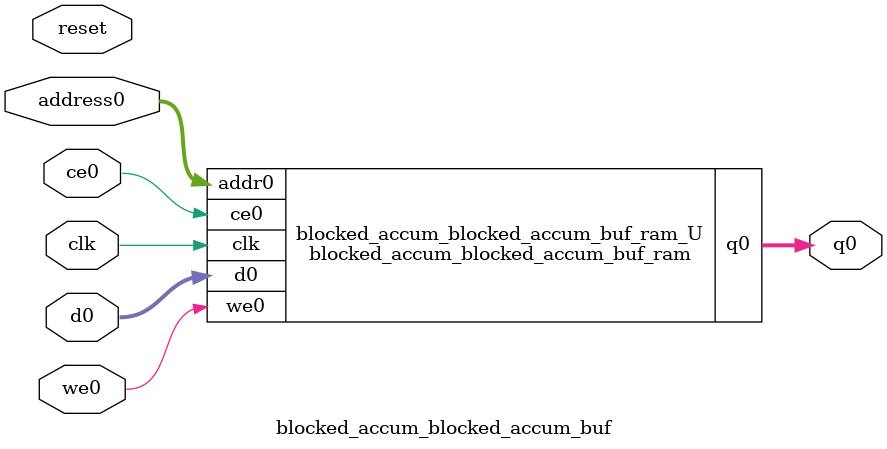
<source format=sv>
`timescale 1 ns / 1 ps
module blocked_accum_blocked_accum_buf_ram (addr0, ce0, d0, we0, q0,  clk);

parameter DWIDTH = 32;
parameter AWIDTH = 4;
parameter MEM_SIZE = 10;

input[AWIDTH-1:0] addr0;
input ce0;
input[DWIDTH-1:0] d0;
input we0;
output reg[DWIDTH-1:0] q0;
input clk;

(* ram_style = "distributed" *)reg [DWIDTH-1:0] ram[0:MEM_SIZE-1];




always @(posedge clk)  
begin 
    if (ce0) begin
        if (we0) 
            ram[addr0] <= d0; 
        q0 <= ram[addr0];
    end
end


endmodule

`timescale 1 ns / 1 ps
module blocked_accum_blocked_accum_buf(
    reset,
    clk,
    address0,
    ce0,
    we0,
    d0,
    q0);

parameter DataWidth = 32'd32;
parameter AddressRange = 32'd10;
parameter AddressWidth = 32'd4;
input reset;
input clk;
input[AddressWidth - 1:0] address0;
input ce0;
input we0;
input[DataWidth - 1:0] d0;
output[DataWidth - 1:0] q0;



blocked_accum_blocked_accum_buf_ram blocked_accum_blocked_accum_buf_ram_U(
    .clk( clk ),
    .addr0( address0 ),
    .ce0( ce0 ),
    .we0( we0 ),
    .d0( d0 ),
    .q0( q0 ));

endmodule


</source>
